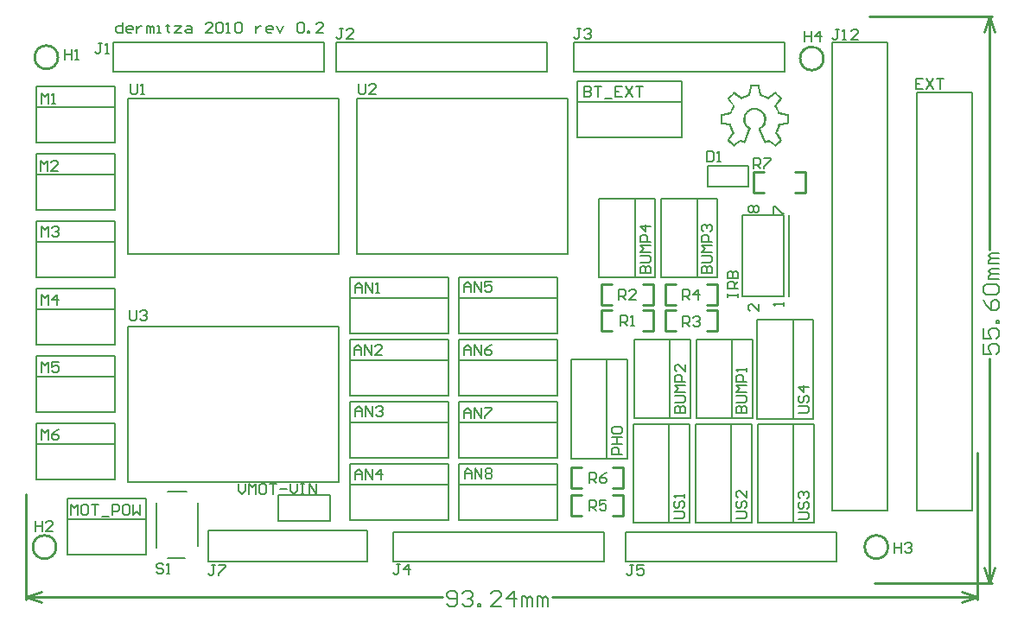
<source format=gto>
%FSLAX24Y24*%
%MOIN*%
G70*
G01*
G75*
%ADD10R,0.0550X0.0520*%
%ADD11C,0.0100*%
%ADD12C,0.0787*%
%ADD13C,0.0680*%
%ADD14R,0.0591X0.0591*%
%ADD15C,0.0591*%
%ADD16C,0.0650*%
%ADD17R,0.0600X0.0600*%
%ADD18C,0.0600*%
%ADD19R,0.0550X0.0550*%
%ADD20C,0.0800*%
%ADD21R,0.0800X0.0800*%
%ADD22R,0.0600X0.0600*%
%ADD23R,0.0650X0.0650*%
%ADD24R,0.0550X0.0550*%
%ADD25R,0.0650X0.0650*%
%ADD26C,0.0500*%
%ADD27R,0.0500X0.0500*%
%ADD28R,0.0450X0.0450*%
%ADD29R,0.0500X0.0500*%
%ADD30C,0.0080*%
%ADD31C,0.0079*%
%ADD32C,0.0060*%
G36*
X43414Y40217D02*
X43418Y40213D01*
Y40208D01*
X43427Y40173D01*
Y40169D01*
X43432Y40160D01*
X43436Y40156D01*
Y40147D01*
X43484Y39870D01*
X43489Y39866D01*
X43493Y39861D01*
X43506Y39857D01*
X43722Y39760D01*
X43726D01*
X43730Y39756D01*
X43739D01*
X43752Y39760D01*
X43976Y39918D01*
X43981Y39923D01*
X43990Y39927D01*
X43994Y39932D01*
X44003Y39940D01*
X44025Y39954D01*
X44029Y39958D01*
X44034Y39962D01*
X44042D01*
X44051Y39954D01*
X44077Y39932D01*
X44095Y39910D01*
X44157Y39848D01*
X44183Y39826D01*
X44244Y39760D01*
X44266Y39743D01*
X44288Y39721D01*
X44293Y39712D01*
Y39703D01*
X44288Y39694D01*
X44271Y39668D01*
X44266Y39664D01*
X44262Y39655D01*
X44258Y39650D01*
X44253Y39642D01*
X44104Y39417D01*
X44099Y39413D01*
X44095Y39404D01*
Y39400D01*
Y39395D01*
X44196Y39163D01*
X44200Y39158D01*
X44209Y39154D01*
X44218Y39149D01*
X44482Y39097D01*
X44486D01*
X44499Y39092D01*
X44512D01*
X44539Y39083D01*
X44548D01*
X44552Y39079D01*
X44556Y39070D01*
Y39035D01*
Y39004D01*
Y38912D01*
Y38886D01*
Y38793D01*
Y38767D01*
Y38732D01*
Y38728D01*
X44548Y38723D01*
X44539Y38719D01*
X44512Y38710D01*
X44508D01*
X44499Y38706D01*
X44495D01*
X44486Y38701D01*
X44222Y38662D01*
X44218Y38657D01*
X44214Y38649D01*
Y38644D01*
X44209Y38640D01*
X44108Y38394D01*
X44104Y38385D01*
Y38380D01*
X44108Y38372D01*
X44253Y38161D01*
X44258Y38156D01*
X44262Y38143D01*
X44266Y38139D01*
X44271Y38130D01*
X44288Y38108D01*
X44293Y38104D01*
Y38095D01*
Y38090D01*
X44288Y38086D01*
X44266Y38060D01*
X44244Y38047D01*
X44179Y37976D01*
X44157Y37954D01*
X44095Y37893D01*
X44077Y37871D01*
X44051Y37849D01*
X44047Y37844D01*
X44038D01*
X44025Y37849D01*
X44003Y37862D01*
X43998Y37866D01*
X43990Y37875D01*
X43985Y37880D01*
X43976Y37884D01*
X43770Y38025D01*
X43765Y38029D01*
X43757D01*
X43748Y38025D01*
X43708Y38003D01*
X43704Y37998D01*
X43695Y37994D01*
X43691D01*
X43678Y37989D01*
X43638Y37963D01*
X43620D01*
X43616Y37967D01*
X43594Y38020D01*
Y38025D01*
X43590Y38033D01*
Y38038D01*
Y38047D01*
X43405Y38477D01*
Y38482D01*
X43401Y38490D01*
Y38495D01*
X43396Y38508D01*
X43383Y38534D01*
Y38539D01*
X43379Y38547D01*
X43383Y38552D01*
X43388Y38556D01*
X43418Y38574D01*
X43432Y38591D01*
X43436Y38596D01*
X43445Y38600D01*
X43458Y38609D01*
X43475Y38627D01*
X43515Y38666D01*
X43555Y38719D01*
X43559Y38723D01*
X43563Y38732D01*
X43572Y38750D01*
X43581Y38772D01*
X43590Y38798D01*
X43594Y38829D01*
X43603Y38864D01*
Y38899D01*
Y38903D01*
Y38912D01*
Y38925D01*
X43599Y38943D01*
X43590Y38991D01*
X43572Y39040D01*
Y39044D01*
X43568Y39053D01*
X43563Y39066D01*
X43555Y39079D01*
X43528Y39119D01*
X43493Y39158D01*
Y39163D01*
X43484Y39167D01*
X43462Y39189D01*
X43423Y39215D01*
X43379Y39237D01*
X43374D01*
X43366Y39242D01*
X43352Y39246D01*
X43335Y39255D01*
X43291Y39264D01*
X43238Y39268D01*
X43212D01*
X43190Y39264D01*
X43146Y39255D01*
X43093Y39237D01*
X43089D01*
X43084Y39233D01*
X43054Y39220D01*
X43014Y39193D01*
X42975Y39158D01*
X42966Y39149D01*
X42948Y39127D01*
X42922Y39088D01*
X42900Y39040D01*
Y39035D01*
X42895Y39026D01*
X42891Y39013D01*
X42887Y38996D01*
X42878Y38952D01*
X42874Y38899D01*
Y38895D01*
Y38881D01*
X42878Y38864D01*
Y38837D01*
X42891Y38780D01*
X42917Y38719D01*
X42922Y38714D01*
X42926Y38706D01*
X42935Y38692D01*
X42953Y38675D01*
X42988Y38631D01*
X43040Y38591D01*
X43045Y38587D01*
X43049Y38583D01*
X43054Y38578D01*
X43062Y38574D01*
X43089Y38556D01*
X43093D01*
Y38547D01*
X43098Y38543D01*
Y38534D01*
X43084Y38508D01*
X43080Y38503D01*
X43071Y38490D01*
Y38486D01*
X43067Y38477D01*
X42891Y38047D01*
X42887Y38042D01*
X42882Y38033D01*
Y38029D01*
X42878Y38020D01*
X42865Y37967D01*
X42860D01*
X42852Y37963D01*
X42843D01*
X42799Y37989D01*
X42794D01*
X42786Y37994D01*
X42781Y37998D01*
X42772Y38003D01*
X42733Y38025D01*
X42729Y38029D01*
X42711D01*
X42702Y38025D01*
X42496Y37884D01*
X42491Y37880D01*
X42482Y37871D01*
X42469Y37862D01*
X42447Y37849D01*
X42438Y37844D01*
X42434D01*
X42425Y37849D01*
X42408Y37871D01*
X42386Y37893D01*
X42320Y37954D01*
X42298Y37976D01*
X42228Y38047D01*
X42206Y38060D01*
X42188Y38086D01*
Y38090D01*
X42184Y38095D01*
Y38099D01*
Y38104D01*
X42188Y38108D01*
X42206Y38130D01*
Y38134D01*
X42210Y38143D01*
X42214Y38148D01*
X42223Y38161D01*
X42373Y38372D01*
Y38394D01*
X42272Y38640D01*
X42267Y38644D01*
X42258Y38649D01*
X42254Y38653D01*
X42250Y38662D01*
X41999Y38701D01*
X41995Y38706D01*
X41982D01*
X41977Y38710D01*
X41968D01*
X41933Y38719D01*
X41929D01*
X41924Y38723D01*
X41920Y38732D01*
Y38767D01*
Y38793D01*
Y38886D01*
Y38912D01*
Y39004D01*
Y39035D01*
Y39070D01*
Y39075D01*
Y39079D01*
X41924Y39083D01*
X41933D01*
X41968Y39092D01*
X41986D01*
X41995Y39097D01*
X42258Y39149D01*
X42267D01*
X42272Y39154D01*
X42276Y39163D01*
X42377Y39395D01*
Y39400D01*
Y39404D01*
Y39409D01*
Y39417D01*
X42219Y39642D01*
X42214Y39646D01*
X42210Y39655D01*
Y39659D01*
X42206Y39668D01*
X42184Y39694D01*
Y39699D01*
X42179Y39703D01*
X42184Y39707D01*
Y39721D01*
X42206Y39743D01*
X42228Y39760D01*
X42298Y39826D01*
X42320Y39848D01*
X42381Y39910D01*
X42403Y39932D01*
X42425Y39954D01*
X42430Y39958D01*
X42438D01*
X42447Y39954D01*
X42469Y39940D01*
X42474D01*
X42478Y39932D01*
X42496Y39918D01*
X42729Y39760D01*
X42733Y39756D01*
X42742D01*
X42750Y39760D01*
X42975Y39857D01*
X42983D01*
X42988Y39861D01*
Y39870D01*
X43045Y40147D01*
Y40173D01*
X43054Y40208D01*
Y40213D01*
X43058Y40217D01*
X43062Y40222D01*
X43067Y40226D01*
X43410D01*
X43414Y40217D01*
D02*
G37*
%LPC*%
G36*
X43357Y40156D02*
X43115D01*
X43054Y39800D01*
X43049D01*
X43040Y39795D01*
X43023Y39791D01*
X43001Y39787D01*
X42948Y39769D01*
X42887Y39747D01*
X42882D01*
X42874Y39743D01*
X42856Y39734D01*
X42838Y39725D01*
X42790Y39699D01*
X42737Y39668D01*
X42438Y39870D01*
X42355Y39787D01*
X42272Y39699D01*
X42469Y39409D01*
Y39404D01*
X42460Y39395D01*
X42452Y39382D01*
X42443Y39360D01*
X42412Y39312D01*
X42386Y39255D01*
Y39250D01*
X42381Y39242D01*
X42373Y39224D01*
X42368Y39202D01*
X42351Y39149D01*
X42333Y39083D01*
X41999Y39022D01*
Y38899D01*
Y38780D01*
X42324Y38719D01*
Y38714D01*
X42329Y38701D01*
X42333Y38684D01*
X42337Y38662D01*
X42355Y38605D01*
X42377Y38539D01*
Y38534D01*
X42381Y38525D01*
X42390Y38508D01*
X42399Y38486D01*
X42425Y38433D01*
X42460Y38380D01*
X42272Y38104D01*
X42355Y38020D01*
X42438Y37932D01*
X42715Y38117D01*
X42724Y38112D01*
X42746Y38095D01*
X42777Y38077D01*
X42812Y38060D01*
X43005Y38517D01*
X43001Y38521D01*
X42988Y38530D01*
X42970Y38543D01*
X42948Y38561D01*
X42926Y38583D01*
X42900Y38609D01*
X42852Y38675D01*
X42847Y38679D01*
X42843Y38692D01*
X42834Y38714D01*
X42825Y38741D01*
X42812Y38776D01*
X42803Y38811D01*
X42799Y38855D01*
X42794Y38899D01*
Y38903D01*
Y38917D01*
Y38934D01*
X42799Y38956D01*
X42808Y39009D01*
X42825Y39070D01*
Y39075D01*
X42834Y39083D01*
X42838Y39101D01*
X42852Y39119D01*
X42882Y39167D01*
X42922Y39211D01*
X42926Y39215D01*
X42935Y39220D01*
X42944Y39233D01*
X42961Y39246D01*
X43005Y39277D01*
X43062Y39308D01*
X43067D01*
X43076Y39312D01*
X43093Y39321D01*
X43115Y39330D01*
X43172Y39343D01*
X43238Y39347D01*
X43269D01*
X43291Y39343D01*
X43348Y39330D01*
X43405Y39308D01*
X43410D01*
X43418Y39303D01*
X43436Y39294D01*
X43454Y39281D01*
X43502Y39250D01*
X43550Y39211D01*
X43555Y39207D01*
X43559Y39202D01*
X43572Y39189D01*
X43585Y39171D01*
X43616Y39127D01*
X43647Y39070D01*
Y39066D01*
X43651Y39057D01*
X43660Y39040D01*
X43664Y39018D01*
X43678Y38965D01*
X43682Y38899D01*
Y38895D01*
Y38877D01*
X43678Y38855D01*
X43673Y38824D01*
X43669Y38789D01*
X43656Y38754D01*
X43642Y38714D01*
X43620Y38675D01*
X43616Y38670D01*
X43612Y38657D01*
X43599Y38640D01*
X43581Y38618D01*
X43559Y38596D01*
X43533Y38569D01*
X43467Y38517D01*
X43660Y38060D01*
X43664Y38064D01*
X43678Y38068D01*
X43695Y38077D01*
X43713Y38086D01*
X43717Y38090D01*
X43730Y38095D01*
X43748Y38104D01*
X43765Y38117D01*
X44034Y37932D01*
X44117Y38020D01*
X44200Y38104D01*
X44012Y38380D01*
X44016Y38385D01*
X44020Y38394D01*
X44029Y38407D01*
X44042Y38429D01*
X44069Y38477D01*
X44095Y38539D01*
Y38543D01*
X44099Y38552D01*
X44108Y38569D01*
X44117Y38596D01*
X44130Y38653D01*
X44148Y38719D01*
X44486Y38780D01*
Y38899D01*
Y39022D01*
X44148Y39083D01*
Y39088D01*
X44143Y39101D01*
X44139Y39119D01*
X44130Y39141D01*
X44113Y39193D01*
X44086Y39255D01*
Y39259D01*
X44082Y39268D01*
X44073Y39286D01*
X44064Y39303D01*
X44038Y39352D01*
X44003Y39409D01*
X44200Y39699D01*
X44117Y39787D01*
X44034Y39870D01*
X43744Y39668D01*
X43739D01*
X43730Y39677D01*
X43717Y39685D01*
X43695Y39694D01*
X43647Y39721D01*
X43590Y39747D01*
X43585D01*
X43577Y39751D01*
X43559Y39760D01*
X43537Y39769D01*
X43484Y39782D01*
X43418Y39800D01*
X43357Y40156D01*
D02*
G37*
%LPD*%
D11*
X48378Y22392D02*
G03*
X48378Y22392I-450J0D01*
G01*
X16291D02*
G03*
X16291Y22392I-450J0D01*
G01*
X16361Y41290D02*
G03*
X16361Y41290I-450J0D01*
G01*
X45888Y41240D02*
G03*
X45888Y41240I-450J0D01*
G01*
X51824Y20360D02*
Y26030D01*
X15114Y20360D02*
Y24440D01*
X35419Y20460D02*
X51824D01*
X15114D02*
X31200D01*
X51224Y20660D02*
X51824Y20460D01*
X51224Y20260D02*
X51824Y20460D01*
X15114D02*
X15714Y20260D01*
X15114Y20460D02*
X15714Y20660D01*
X47840Y20984D02*
X52400D01*
X47670Y42874D02*
X52400D01*
X52300Y20984D02*
Y29660D01*
Y33879D02*
Y42874D01*
Y20984D02*
X52500Y21584D01*
X52100D02*
X52300Y20984D01*
X52100Y42274D02*
X52300Y42874D01*
X52500Y42274D01*
X43200Y36050D02*
Y36850D01*
Y36050D02*
X43600D01*
X43200Y36850D02*
X43600D01*
X44800D02*
X45200D01*
Y36050D02*
Y36850D01*
X44800Y36050D02*
X45200D01*
X39790Y31520D02*
X40190D01*
X39790Y30720D02*
Y31520D01*
Y30720D02*
X40190D01*
X41390D02*
X41790D01*
X41390Y31520D02*
X41790D01*
Y30720D02*
Y31520D01*
X39790Y32520D02*
X40190D01*
X39790Y31720D02*
Y32520D01*
Y31720D02*
X40190D01*
X41390D02*
X41790D01*
X41390Y32520D02*
X41790D01*
Y31720D02*
Y32520D01*
X38920Y30730D02*
X39320D01*
Y31530D01*
X38920D02*
X39320D01*
X37320D02*
X37720D01*
X37320Y30730D02*
X37720D01*
X37320D02*
Y31530D01*
Y32530D02*
X37720D01*
X37320Y31730D02*
Y32530D01*
Y31730D02*
X37720D01*
X38920D02*
X39320D01*
X38920Y32530D02*
X39320D01*
Y31730D02*
Y32530D01*
X36150Y24400D02*
X36550D01*
X36150Y23600D02*
Y24400D01*
Y23600D02*
X36550D01*
X37750D02*
X38150D01*
X37750Y24400D02*
X38150D01*
Y23600D02*
Y24400D01*
X36150Y25450D02*
X36550D01*
X36150Y24650D02*
Y25450D01*
Y24650D02*
X36550D01*
X37750D02*
X38150D01*
X37750Y25450D02*
X38150D01*
Y24650D02*
Y25450D01*
D30*
X36146Y25803D02*
X38311D01*
X36146Y29622D02*
X38311D01*
X36146Y25803D02*
Y29622D01*
X38311Y25803D02*
Y29622D01*
X37524Y25803D02*
Y29622D01*
X31818Y24814D02*
X35637D01*
X31818Y25601D02*
X35637D01*
X31818Y23436D02*
X35637D01*
X31818D02*
Y25601D01*
X35637Y23436D02*
Y25601D01*
X31818Y29614D02*
X35637D01*
X31818Y30401D02*
X35637D01*
X31818Y28236D02*
X35637D01*
X31818D02*
Y30401D01*
X35637Y28236D02*
Y30401D01*
X31818Y32014D02*
X35637D01*
X31818Y32801D02*
X35637D01*
X31818Y30636D02*
X35637D01*
X31818D02*
Y32801D01*
X35637Y30636D02*
Y32801D01*
X27618Y24814D02*
X31437D01*
X27618Y25601D02*
X31437D01*
X27618Y23436D02*
X31437D01*
X27618D02*
Y25601D01*
X31437Y23436D02*
Y25601D01*
X27618Y27214D02*
X31437D01*
X27618Y28001D02*
X31437D01*
X27618Y25836D02*
X31437D01*
X27618D02*
Y28001D01*
X31437Y25836D02*
Y28001D01*
X27618Y29614D02*
X31437D01*
X27618Y30401D02*
X31437D01*
X27618Y28236D02*
X31437D01*
X27618D02*
Y30401D01*
X31437Y28236D02*
Y30401D01*
X27618Y32014D02*
X31437D01*
X27618Y32801D02*
X31437D01*
X27618Y30636D02*
X31437D01*
X27618D02*
Y32801D01*
X31437Y30636D02*
Y32801D01*
X27899Y39700D02*
X36020D01*
X27899Y33700D02*
X36020D01*
X27899D02*
Y39700D01*
X36020Y33700D02*
Y39700D01*
X46403Y21821D02*
Y22964D01*
X38262Y21821D02*
Y22964D01*
Y21821D02*
X46403D01*
X38262Y22964D02*
X46403D01*
X27180Y24890D02*
Y30890D01*
X19059Y24890D02*
Y30890D01*
Y24890D02*
X27180D01*
X19059Y30890D02*
X27180D01*
Y33690D02*
Y39690D01*
X19059Y33690D02*
Y39690D01*
Y33690D02*
X27180D01*
X19059Y39690D02*
X27180D01*
X37435Y21821D02*
Y22964D01*
X29294Y21821D02*
Y22964D01*
Y21821D02*
X37435D01*
X29294Y22964D02*
X37435D01*
X44396Y40719D02*
Y41861D01*
X36254Y40719D02*
Y41861D01*
Y40719D02*
X44396D01*
X36254Y41861D02*
X44396D01*
X35230Y40719D02*
Y41861D01*
X27089Y40719D02*
Y41861D01*
Y40719D02*
X35230D01*
X27089Y41861D02*
X35230D01*
X42324Y23323D02*
Y27142D01*
X43112Y23323D02*
Y27142D01*
X40946Y23323D02*
Y27142D01*
X43112D01*
X40946Y23323D02*
X43112D01*
X44724D02*
Y27142D01*
X45512Y23323D02*
Y27142D01*
X43346Y23323D02*
Y27142D01*
X45512D01*
X43346Y23323D02*
X45512D01*
X44714Y27333D02*
Y31152D01*
X45501Y27333D02*
Y31152D01*
X43336Y27333D02*
Y31152D01*
X45501D01*
X43336Y27333D02*
X45501D01*
X18540Y35386D02*
Y37551D01*
X15508Y35386D02*
Y37551D01*
Y35386D02*
X18540D01*
X15508Y37551D02*
X18540D01*
X15508Y36764D02*
X18540D01*
Y32786D02*
Y34951D01*
X15508Y32786D02*
Y34951D01*
Y32786D02*
X18540D01*
X15508Y34951D02*
X18540D01*
X15508Y34164D02*
X18540D01*
Y30186D02*
Y32351D01*
X15508Y30186D02*
Y32351D01*
Y30186D02*
X18540D01*
X15508Y32351D02*
X18540D01*
X15508Y31564D02*
X18540D01*
Y27586D02*
Y29751D01*
X15508Y27586D02*
Y29751D01*
Y27586D02*
X18540D01*
X15508Y29751D02*
X18540D01*
X15508Y28964D02*
X18540D01*
Y24986D02*
Y27151D01*
X15508Y24986D02*
Y27151D01*
Y24986D02*
X18540D01*
X15508Y27151D02*
X18540D01*
X15508Y26364D02*
X18540D01*
X41014Y32810D02*
Y35842D01*
X41801Y32810D02*
Y35842D01*
X39636Y32810D02*
Y35842D01*
X41801D01*
X39636Y32810D02*
X41801D01*
X42354Y27371D02*
Y30402D01*
X43141Y27371D02*
Y30402D01*
X40976Y27371D02*
Y30402D01*
X43141D01*
X40976Y27371D02*
X43141D01*
X39954D02*
Y30402D01*
X40741Y27371D02*
Y30402D01*
X38576Y27371D02*
Y30402D01*
X40741D01*
X38576Y27371D02*
X40741D01*
X49479Y23800D02*
X51621D01*
X49479Y39921D02*
X51621D01*
X49479Y23800D02*
Y39921D01*
X51621Y23800D02*
Y39921D01*
X42769Y32056D02*
Y35206D01*
X44344D01*
Y32056D02*
Y35206D01*
X42769Y32056D02*
X44344D01*
X44541D02*
Y35206D01*
X37236Y32810D02*
X39401D01*
X37236Y35842D02*
X39401D01*
X37236Y32810D02*
Y35842D01*
X39401Y32810D02*
Y35842D01*
X38614Y32810D02*
Y35842D01*
X36374Y39574D02*
X40429D01*
X36374Y40361D02*
X40429D01*
X36374Y38196D02*
X40429D01*
X36374D02*
Y40361D01*
X40429Y38196D02*
Y40361D01*
X16728Y23474D02*
X19760D01*
X16728Y24261D02*
X19760D01*
X16728Y22096D02*
X19760D01*
X16728D02*
Y24261D01*
X19760Y22096D02*
Y24261D01*
X46209Y23790D02*
X48351D01*
X46209Y41861D02*
X48351D01*
X46209Y23790D02*
Y41861D01*
X48351Y23790D02*
Y41861D01*
X31818Y27214D02*
X35637D01*
X31818Y28001D02*
X35637D01*
X31818Y25836D02*
X35637D01*
X31818D02*
Y28001D01*
X35637Y25836D02*
Y28001D01*
X18489Y41861D02*
X26630D01*
X18489Y40719D02*
X26630D01*
X18489D02*
Y41861D01*
X26630Y40719D02*
Y41861D01*
X38546Y23323D02*
X40712D01*
X38546Y27142D02*
X40712D01*
X38546Y23323D02*
Y27142D01*
X40712Y23323D02*
Y27142D01*
X39924Y23323D02*
Y27142D01*
X15508Y39364D02*
X18540D01*
X15508Y40151D02*
X18540D01*
X15508Y37986D02*
X18540D01*
X15508D02*
Y40151D01*
X18540Y37986D02*
Y40151D01*
X28281Y21821D02*
Y23042D01*
X22160Y21821D02*
Y23042D01*
Y21821D02*
X28281D01*
X22160Y23042D02*
X28281D01*
X20590Y21960D02*
X21250D01*
X20150Y22350D02*
Y24100D01*
X20590Y24530D02*
X21320D01*
X21740Y22420D02*
Y24100D01*
X41419Y36306D02*
X42994D01*
X41419Y37094D02*
X42994D01*
Y36306D02*
Y37094D01*
X41419Y36306D02*
Y37094D01*
X18847Y42640D02*
Y42240D01*
X18647D01*
X18580Y42307D01*
Y42440D01*
X18647Y42507D01*
X18847D01*
X19180Y42240D02*
X19047D01*
X18980Y42307D01*
Y42440D01*
X19047Y42507D01*
X19180D01*
X19246Y42440D01*
Y42373D01*
X18980D01*
X19380Y42507D02*
Y42240D01*
Y42373D01*
X19446Y42440D01*
X19513Y42507D01*
X19580D01*
X19780Y42240D02*
Y42507D01*
X19846D01*
X19913Y42440D01*
Y42240D01*
Y42440D01*
X19980Y42507D01*
X20046Y42440D01*
Y42240D01*
X20179D02*
X20313D01*
X20246D01*
Y42507D01*
X20179D01*
X20579Y42573D02*
Y42507D01*
X20513D01*
X20646D01*
X20579D01*
Y42307D01*
X20646Y42240D01*
X20846Y42507D02*
X21113D01*
X20846Y42240D01*
X21113D01*
X21312Y42507D02*
X21446D01*
X21512Y42440D01*
Y42240D01*
X21312D01*
X21246Y42307D01*
X21312Y42373D01*
X21512D01*
X22312Y42240D02*
X22046D01*
X22312Y42507D01*
Y42573D01*
X22245Y42640D01*
X22112D01*
X22046Y42573D01*
X22445D02*
X22512Y42640D01*
X22645D01*
X22712Y42573D01*
Y42307D01*
X22645Y42240D01*
X22512D01*
X22445Y42307D01*
Y42573D01*
X22845Y42240D02*
X22979D01*
X22912D01*
Y42640D01*
X22845Y42573D01*
X23179D02*
X23245Y42640D01*
X23378D01*
X23445Y42573D01*
Y42307D01*
X23378Y42240D01*
X23245D01*
X23179Y42307D01*
Y42573D01*
X23978Y42507D02*
Y42240D01*
Y42373D01*
X24045Y42440D01*
X24112Y42507D01*
X24178D01*
X24578Y42240D02*
X24445D01*
X24378Y42307D01*
Y42440D01*
X24445Y42507D01*
X24578D01*
X24645Y42440D01*
Y42373D01*
X24378D01*
X24778Y42507D02*
X24911Y42240D01*
X25045Y42507D01*
X25578Y42573D02*
X25644Y42640D01*
X25778D01*
X25844Y42573D01*
Y42307D01*
X25778Y42240D01*
X25644D01*
X25578Y42307D01*
Y42573D01*
X25978Y42240D02*
Y42307D01*
X26044D01*
Y42240D01*
X25978D01*
X26577D02*
X26311D01*
X26577Y42507D01*
Y42573D01*
X26511Y42640D01*
X26377D01*
X26311Y42573D01*
X44344Y31702D02*
Y31835D01*
Y31769D01*
X43944D01*
X44010Y31702D01*
X43379Y31772D02*
Y31505D01*
X43113Y31772D01*
X43046D01*
X42979Y31705D01*
Y31572D01*
X43046Y31505D01*
X43047Y35310D02*
X42980Y35377D01*
Y35510D01*
X43047Y35577D01*
X43113D01*
X43180Y35510D01*
X43247Y35577D01*
X43313D01*
X43380Y35510D01*
Y35377D01*
X43313Y35310D01*
X43247D01*
X43180Y35377D01*
X43113Y35310D01*
X43047D01*
X43180Y35377D02*
Y35510D01*
X43950Y35260D02*
Y35527D01*
X44017D01*
X44283Y35260D01*
X44350D01*
D31*
X26850Y23400D02*
Y24400D01*
X24850Y23400D02*
X26850D01*
X24850D02*
Y24400D01*
X26850D01*
D32*
X23320Y24840D02*
Y24573D01*
X23453Y24440D01*
X23587Y24573D01*
Y24840D01*
X23720Y24440D02*
Y24840D01*
X23853Y24707D01*
X23986Y24840D01*
Y24440D01*
X24320Y24840D02*
X24186D01*
X24120Y24773D01*
Y24507D01*
X24186Y24440D01*
X24320D01*
X24386Y24507D01*
Y24773D01*
X24320Y24840D01*
X24520D02*
X24786D01*
X24653D01*
Y24440D01*
X24919Y24640D02*
X25186D01*
X25319Y24840D02*
Y24573D01*
X25453Y24440D01*
X25586Y24573D01*
Y24840D01*
X25719D02*
X25853D01*
X25786D01*
Y24440D01*
X25719D01*
X25853D01*
X26052D02*
Y24840D01*
X26319Y24440D01*
Y24840D01*
X41390Y37650D02*
Y37250D01*
X41590D01*
X41657Y37317D01*
Y37583D01*
X41590Y37650D01*
X41390D01*
X41790Y37250D02*
X41923D01*
X41857D01*
Y37650D01*
X41790Y37583D01*
X27950Y40270D02*
Y39937D01*
X28017Y39870D01*
X28150D01*
X28217Y39937D01*
Y40270D01*
X28616Y39870D02*
X28350D01*
X28616Y40137D01*
Y40203D01*
X28550Y40270D01*
X28417D01*
X28350Y40203D01*
X20407Y21683D02*
X20340Y21750D01*
X20207D01*
X20140Y21683D01*
Y21617D01*
X20207Y21550D01*
X20340D01*
X20407Y21483D01*
Y21417D01*
X20340Y21350D01*
X20207D01*
X20140Y21417D01*
X20540Y21350D02*
X20673D01*
X20607D01*
Y21750D01*
X20540Y21683D01*
X22427Y21710D02*
X22293D01*
X22360D01*
Y21377D01*
X22293Y21310D01*
X22227D01*
X22160Y21377D01*
X22560Y21710D02*
X22826D01*
Y21643D01*
X22560Y21377D01*
Y21310D01*
X38547Y21710D02*
X38413D01*
X38480D01*
Y21377D01*
X38413Y21310D01*
X38347D01*
X38280Y21377D01*
X38946Y21710D02*
X38680D01*
Y21510D01*
X38813Y21577D01*
X38880D01*
X38946Y21510D01*
Y21377D01*
X38880Y21310D01*
X38747D01*
X38680Y21377D01*
X19130Y31530D02*
Y31197D01*
X19197Y31130D01*
X19330D01*
X19397Y31197D01*
Y31530D01*
X19530Y31463D02*
X19597Y31530D01*
X19730D01*
X19796Y31463D01*
Y31397D01*
X19730Y31330D01*
X19663D01*
X19730D01*
X19796Y31263D01*
Y31197D01*
X19730Y31130D01*
X19597D01*
X19530Y31197D01*
X19150Y40270D02*
Y39937D01*
X19217Y39870D01*
X19350D01*
X19417Y39937D01*
Y40270D01*
X19550Y39870D02*
X19683D01*
X19617D01*
Y40270D01*
X19550Y40203D01*
X15710Y26530D02*
Y26930D01*
X15843Y26797D01*
X15977Y26930D01*
Y26530D01*
X16376Y26930D02*
X16243Y26863D01*
X16110Y26730D01*
Y26597D01*
X16177Y26530D01*
X16310D01*
X16376Y26597D01*
Y26663D01*
X16310Y26730D01*
X16110D01*
X15710Y29130D02*
Y29530D01*
X15843Y29397D01*
X15977Y29530D01*
Y29130D01*
X16376Y29530D02*
X16110D01*
Y29330D01*
X16243Y29397D01*
X16310D01*
X16376Y29330D01*
Y29197D01*
X16310Y29130D01*
X16177D01*
X16110Y29197D01*
X15710Y31730D02*
Y32130D01*
X15843Y31997D01*
X15977Y32130D01*
Y31730D01*
X16310D02*
Y32130D01*
X16110Y31930D01*
X16376D01*
X15710Y34350D02*
Y34750D01*
X15843Y34617D01*
X15977Y34750D01*
Y34350D01*
X16110Y34683D02*
X16177Y34750D01*
X16310D01*
X16376Y34683D01*
Y34617D01*
X16310Y34550D01*
X16243D01*
X16310D01*
X16376Y34483D01*
Y34417D01*
X16310Y34350D01*
X16177D01*
X16110Y34417D01*
X15680Y36910D02*
Y37310D01*
X15813Y37177D01*
X15947Y37310D01*
Y36910D01*
X16346D02*
X16080D01*
X16346Y37177D01*
Y37243D01*
X16280Y37310D01*
X16147D01*
X16080Y37243D01*
X15710Y39500D02*
Y39900D01*
X15843Y39767D01*
X15977Y39900D01*
Y39500D01*
X16110D02*
X16243D01*
X16177D01*
Y39900D01*
X16110Y39833D01*
X44910Y27550D02*
X45243D01*
X45310Y27617D01*
Y27750D01*
X45243Y27817D01*
X44910D01*
X44977Y28216D02*
X44910Y28150D01*
Y28017D01*
X44977Y27950D01*
X45043D01*
X45110Y28017D01*
Y28150D01*
X45177Y28216D01*
X45243D01*
X45310Y28150D01*
Y28017D01*
X45243Y27950D01*
X45310Y28550D02*
X44910D01*
X45110Y28350D01*
Y28616D01*
X44930Y23480D02*
X45263D01*
X45330Y23547D01*
Y23680D01*
X45263Y23747D01*
X44930D01*
X44997Y24146D02*
X44930Y24080D01*
Y23947D01*
X44997Y23880D01*
X45063D01*
X45130Y23947D01*
Y24080D01*
X45197Y24146D01*
X45263D01*
X45330Y24080D01*
Y23947D01*
X45263Y23880D01*
X44997Y24280D02*
X44930Y24346D01*
Y24480D01*
X44997Y24546D01*
X45063D01*
X45130Y24480D01*
Y24413D01*
Y24480D01*
X45197Y24546D01*
X45263D01*
X45330Y24480D01*
Y24346D01*
X45263Y24280D01*
X42520Y23510D02*
X42853D01*
X42920Y23577D01*
Y23710D01*
X42853Y23777D01*
X42520D01*
X42587Y24176D02*
X42520Y24110D01*
Y23977D01*
X42587Y23910D01*
X42653D01*
X42720Y23977D01*
Y24110D01*
X42787Y24176D01*
X42853D01*
X42920Y24110D01*
Y23977D01*
X42853Y23910D01*
X42920Y24576D02*
Y24310D01*
X42653Y24576D01*
X42587D01*
X42520Y24510D01*
Y24376D01*
X42587Y24310D01*
X40130Y23510D02*
X40463D01*
X40530Y23577D01*
Y23710D01*
X40463Y23777D01*
X40130D01*
X40197Y24176D02*
X40130Y24110D01*
Y23977D01*
X40197Y23910D01*
X40263D01*
X40330Y23977D01*
Y24110D01*
X40397Y24176D01*
X40463D01*
X40530Y24110D01*
Y23977D01*
X40463Y23910D01*
X40530Y24310D02*
Y24443D01*
Y24376D01*
X40130D01*
X40197Y24310D01*
X29567Y21720D02*
X29433D01*
X29500D01*
Y21387D01*
X29433Y21320D01*
X29367D01*
X29300Y21387D01*
X29900Y21320D02*
Y21720D01*
X29700Y21520D01*
X29966D01*
X36527Y42390D02*
X36393D01*
X36460D01*
Y42057D01*
X36393Y41990D01*
X36327D01*
X36260Y42057D01*
X36660Y42323D02*
X36727Y42390D01*
X36860D01*
X36926Y42323D01*
Y42257D01*
X36860Y42190D01*
X36793D01*
X36860D01*
X36926Y42123D01*
Y42057D01*
X36860Y41990D01*
X36727D01*
X36660Y42057D01*
X27357Y42400D02*
X27223D01*
X27290D01*
Y42067D01*
X27223Y42000D01*
X27157D01*
X27090Y42067D01*
X27756Y42000D02*
X27490D01*
X27756Y42267D01*
Y42333D01*
X27690Y42400D01*
X27557D01*
X27490Y42333D01*
X18047Y41840D02*
X17913D01*
X17980D01*
Y41507D01*
X17913Y41440D01*
X17847D01*
X17780Y41507D01*
X18180Y41440D02*
X18313D01*
X18247D01*
Y41840D01*
X18180Y41773D01*
X45150Y42290D02*
Y41890D01*
Y42090D01*
X45417D01*
Y42290D01*
Y41890D01*
X45750D02*
Y42290D01*
X45550Y42090D01*
X45816D01*
X16610Y41610D02*
Y41210D01*
Y41410D01*
X16877D01*
Y41610D01*
Y41210D01*
X17010D02*
X17143D01*
X17077D01*
Y41610D01*
X17010Y41543D01*
X15490Y23410D02*
Y23010D01*
Y23210D01*
X15757D01*
Y23410D01*
Y23010D01*
X16156D02*
X15890D01*
X16156Y23277D01*
Y23343D01*
X16090Y23410D01*
X15957D01*
X15890Y23343D01*
X48630Y22580D02*
Y22180D01*
Y22380D01*
X48897D01*
Y22580D01*
Y22180D01*
X49030Y22513D02*
X49097Y22580D01*
X49230D01*
X49296Y22513D01*
Y22447D01*
X49230Y22380D01*
X49163D01*
X49230D01*
X49296Y22313D01*
Y22247D01*
X49230Y22180D01*
X49097D01*
X49030Y22247D01*
X27820Y32200D02*
Y32467D01*
X27953Y32600D01*
X28087Y32467D01*
Y32200D01*
Y32400D01*
X27820D01*
X28220Y32200D02*
Y32600D01*
X28486Y32200D01*
Y32600D01*
X28620Y32200D02*
X28753D01*
X28686D01*
Y32600D01*
X28620Y32533D01*
X27800Y29810D02*
Y30077D01*
X27933Y30210D01*
X28067Y30077D01*
Y29810D01*
Y30010D01*
X27800D01*
X28200Y29810D02*
Y30210D01*
X28466Y29810D01*
Y30210D01*
X28866Y29810D02*
X28600D01*
X28866Y30077D01*
Y30143D01*
X28800Y30210D01*
X28666D01*
X28600Y30143D01*
X27820Y27420D02*
Y27687D01*
X27953Y27820D01*
X28087Y27687D01*
Y27420D01*
Y27620D01*
X27820D01*
X28220Y27420D02*
Y27820D01*
X28486Y27420D01*
Y27820D01*
X28620Y27753D02*
X28686Y27820D01*
X28820D01*
X28886Y27753D01*
Y27687D01*
X28820Y27620D01*
X28753D01*
X28820D01*
X28886Y27553D01*
Y27487D01*
X28820Y27420D01*
X28686D01*
X28620Y27487D01*
X27820Y24990D02*
Y25257D01*
X27953Y25390D01*
X28087Y25257D01*
Y24990D01*
Y25190D01*
X27820D01*
X28220Y24990D02*
Y25390D01*
X28486Y24990D01*
Y25390D01*
X28820Y24990D02*
Y25390D01*
X28620Y25190D01*
X28886D01*
X32020Y32220D02*
Y32487D01*
X32153Y32620D01*
X32287Y32487D01*
Y32220D01*
Y32420D01*
X32020D01*
X32420Y32220D02*
Y32620D01*
X32686Y32220D01*
Y32620D01*
X33086D02*
X32820D01*
Y32420D01*
X32953Y32487D01*
X33020D01*
X33086Y32420D01*
Y32287D01*
X33020Y32220D01*
X32886D01*
X32820Y32287D01*
X32020Y29790D02*
Y30057D01*
X32153Y30190D01*
X32287Y30057D01*
Y29790D01*
Y29990D01*
X32020D01*
X32420Y29790D02*
Y30190D01*
X32686Y29790D01*
Y30190D01*
X33086D02*
X32953Y30123D01*
X32820Y29990D01*
Y29857D01*
X32886Y29790D01*
X33020D01*
X33086Y29857D01*
Y29923D01*
X33020Y29990D01*
X32820D01*
X32040Y25030D02*
Y25297D01*
X32173Y25430D01*
X32307Y25297D01*
Y25030D01*
Y25230D01*
X32040D01*
X32440Y25030D02*
Y25430D01*
X32706Y25030D01*
Y25430D01*
X32840Y25363D02*
X32906Y25430D01*
X33040D01*
X33106Y25363D01*
Y25297D01*
X33040Y25230D01*
X33106Y25163D01*
Y25097D01*
X33040Y25030D01*
X32906D01*
X32840Y25097D01*
Y25163D01*
X32906Y25230D01*
X32840Y25297D01*
Y25363D01*
X32906Y25230D02*
X33040D01*
X32020Y27380D02*
Y27647D01*
X32153Y27780D01*
X32287Y27647D01*
Y27380D01*
Y27580D01*
X32020D01*
X32420Y27380D02*
Y27780D01*
X32686Y27380D01*
Y27780D01*
X32820D02*
X33086D01*
Y27713D01*
X32820Y27447D01*
Y27380D01*
X46477Y42380D02*
X46343D01*
X46410D01*
Y42047D01*
X46343Y41980D01*
X46277D01*
X46210Y42047D01*
X46610Y41980D02*
X46743D01*
X46677D01*
Y42380D01*
X46610Y42313D01*
X47210Y41980D02*
X46943D01*
X47210Y42247D01*
Y42313D01*
X47143Y42380D01*
X47010D01*
X46943Y42313D01*
X16870Y23640D02*
Y24040D01*
X17003Y23907D01*
X17137Y24040D01*
Y23640D01*
X17470Y24040D02*
X17337D01*
X17270Y23973D01*
Y23707D01*
X17337Y23640D01*
X17470D01*
X17536Y23707D01*
Y23973D01*
X17470Y24040D01*
X17670D02*
X17936D01*
X17803D01*
Y23640D01*
X18070Y23573D02*
X18336D01*
X18469Y23640D02*
Y24040D01*
X18669D01*
X18736Y23973D01*
Y23840D01*
X18669Y23773D01*
X18469D01*
X19069Y24040D02*
X18936D01*
X18869Y23973D01*
Y23707D01*
X18936Y23640D01*
X19069D01*
X19136Y23707D01*
Y23973D01*
X19069Y24040D01*
X19269D02*
Y23640D01*
X19403Y23773D01*
X19536Y23640D01*
Y24040D01*
X36660Y40180D02*
Y39780D01*
X36860D01*
X36927Y39847D01*
Y39913D01*
X36860Y39980D01*
X36660D01*
X36860D01*
X36927Y40047D01*
Y40113D01*
X36860Y40180D01*
X36660D01*
X37060D02*
X37326D01*
X37193D01*
Y39780D01*
X37460Y39713D02*
X37726D01*
X38126Y40180D02*
X37860D01*
Y39780D01*
X38126D01*
X37860Y39980D02*
X37993D01*
X38259Y40180D02*
X38526Y39780D01*
Y40180D02*
X38259Y39780D01*
X38659Y40180D02*
X38926D01*
X38793D01*
Y39780D01*
X42520Y27550D02*
X42920D01*
Y27750D01*
X42853Y27817D01*
X42787D01*
X42720Y27750D01*
Y27550D01*
Y27750D01*
X42653Y27817D01*
X42587D01*
X42520Y27750D01*
Y27550D01*
Y27950D02*
X42853D01*
X42920Y28017D01*
Y28150D01*
X42853Y28216D01*
X42520D01*
X42920Y28350D02*
X42520D01*
X42653Y28483D01*
X42520Y28616D01*
X42920D01*
Y28750D02*
X42520D01*
Y28950D01*
X42587Y29016D01*
X42720D01*
X42787Y28950D01*
Y28750D01*
X42920Y29149D02*
Y29283D01*
Y29216D01*
X42520D01*
X42587Y29149D01*
X40150Y27550D02*
X40550D01*
Y27750D01*
X40483Y27817D01*
X40417D01*
X40350Y27750D01*
Y27550D01*
Y27750D01*
X40283Y27817D01*
X40217D01*
X40150Y27750D01*
Y27550D01*
Y27950D02*
X40483D01*
X40550Y28017D01*
Y28150D01*
X40483Y28216D01*
X40150D01*
X40550Y28350D02*
X40150D01*
X40283Y28483D01*
X40150Y28616D01*
X40550D01*
Y28750D02*
X40150D01*
Y28950D01*
X40217Y29016D01*
X40350D01*
X40417Y28950D01*
Y28750D01*
X40550Y29416D02*
Y29149D01*
X40283Y29416D01*
X40217D01*
X40150Y29349D01*
Y29216D01*
X40217Y29149D01*
X41200Y32980D02*
X41600D01*
Y33180D01*
X41533Y33247D01*
X41467D01*
X41400Y33180D01*
Y32980D01*
Y33180D01*
X41333Y33247D01*
X41267D01*
X41200Y33180D01*
Y32980D01*
Y33380D02*
X41533D01*
X41600Y33447D01*
Y33580D01*
X41533Y33646D01*
X41200D01*
X41600Y33780D02*
X41200D01*
X41333Y33913D01*
X41200Y34046D01*
X41600D01*
Y34180D02*
X41200D01*
Y34380D01*
X41267Y34446D01*
X41400D01*
X41467Y34380D01*
Y34180D01*
X41267Y34579D02*
X41200Y34646D01*
Y34779D01*
X41267Y34846D01*
X41333D01*
X41400Y34779D01*
Y34713D01*
Y34779D01*
X41467Y34846D01*
X41533D01*
X41600Y34779D01*
Y34646D01*
X41533Y34579D01*
X38810Y32980D02*
X39210D01*
Y33180D01*
X39143Y33247D01*
X39077D01*
X39010Y33180D01*
Y32980D01*
Y33180D01*
X38943Y33247D01*
X38877D01*
X38810Y33180D01*
Y32980D01*
Y33380D02*
X39143D01*
X39210Y33447D01*
Y33580D01*
X39143Y33646D01*
X38810D01*
X39210Y33780D02*
X38810D01*
X38943Y33913D01*
X38810Y34046D01*
X39210D01*
Y34180D02*
X38810D01*
Y34380D01*
X38877Y34446D01*
X39010D01*
X39077Y34380D01*
Y34180D01*
X39210Y34779D02*
X38810D01*
X39010Y34579D01*
Y34846D01*
X38050Y30930D02*
Y31330D01*
X38250D01*
X38317Y31263D01*
Y31130D01*
X38250Y31063D01*
X38050D01*
X38183D02*
X38317Y30930D01*
X38450D02*
X38583D01*
X38517D01*
Y31330D01*
X38450Y31263D01*
X37980Y31920D02*
Y32320D01*
X38180D01*
X38247Y32253D01*
Y32120D01*
X38180Y32053D01*
X37980D01*
X38113D02*
X38247Y31920D01*
X38646D02*
X38380D01*
X38646Y32187D01*
Y32253D01*
X38580Y32320D01*
X38447D01*
X38380Y32253D01*
X40460Y30900D02*
Y31300D01*
X40660D01*
X40727Y31233D01*
Y31100D01*
X40660Y31033D01*
X40460D01*
X40593D02*
X40727Y30900D01*
X40860Y31233D02*
X40927Y31300D01*
X41060D01*
X41126Y31233D01*
Y31167D01*
X41060Y31100D01*
X40993D01*
X41060D01*
X41126Y31033D01*
Y30967D01*
X41060Y30900D01*
X40927D01*
X40860Y30967D01*
X40470Y31930D02*
Y32330D01*
X40670D01*
X40737Y32263D01*
Y32130D01*
X40670Y32063D01*
X40470D01*
X40603D02*
X40737Y31930D01*
X41070D02*
Y32330D01*
X40870Y32130D01*
X41136D01*
X36840Y23790D02*
Y24190D01*
X37040D01*
X37107Y24123D01*
Y23990D01*
X37040Y23923D01*
X36840D01*
X36973D02*
X37107Y23790D01*
X37506Y24190D02*
X37240D01*
Y23990D01*
X37373Y24057D01*
X37440D01*
X37506Y23990D01*
Y23857D01*
X37440Y23790D01*
X37307D01*
X37240Y23857D01*
X36860Y24870D02*
Y25270D01*
X37060D01*
X37127Y25203D01*
Y25070D01*
X37060Y25003D01*
X36860D01*
X36993D02*
X37127Y24870D01*
X37526Y25270D02*
X37393Y25203D01*
X37260Y25070D01*
Y24937D01*
X37327Y24870D01*
X37460D01*
X37526Y24937D01*
Y25003D01*
X37460Y25070D01*
X37260D01*
X38130Y25980D02*
X37730D01*
Y26180D01*
X37797Y26247D01*
X37930D01*
X37997Y26180D01*
Y25980D01*
X37730Y26380D02*
X38130D01*
X37930D01*
Y26646D01*
X37730D01*
X38130D01*
X37730Y26980D02*
Y26846D01*
X37797Y26780D01*
X38063D01*
X38130Y26846D01*
Y26980D01*
X38063Y27046D01*
X37797D01*
X37730Y26980D01*
X42190Y32040D02*
Y32173D01*
Y32107D01*
X42590D01*
Y32040D01*
Y32173D01*
Y32373D02*
X42190D01*
Y32573D01*
X42257Y32640D01*
X42390D01*
X42457Y32573D01*
Y32373D01*
Y32507D02*
X42590Y32640D01*
X42190Y32773D02*
X42590D01*
Y32973D01*
X42523Y33040D01*
X42457D01*
X42390Y32973D01*
Y32773D01*
Y32973D01*
X42323Y33040D01*
X42257D01*
X42190Y32973D01*
Y32773D01*
X49727Y40460D02*
X49460D01*
Y40060D01*
X49727D01*
X49460Y40260D02*
X49593D01*
X49860Y40460D02*
X50126Y40060D01*
Y40460D02*
X49860Y40060D01*
X50260Y40460D02*
X50526D01*
X50393D01*
Y40060D01*
X43180Y37000D02*
Y37400D01*
X43380D01*
X43447Y37333D01*
Y37200D01*
X43380Y37133D01*
X43180D01*
X43313D02*
X43447Y37000D01*
X43580Y37400D02*
X43846D01*
Y37333D01*
X43580Y37067D01*
Y37000D01*
X31360Y20200D02*
X31460Y20100D01*
X31660D01*
X31760Y20200D01*
Y20600D01*
X31660Y20700D01*
X31460D01*
X31360Y20600D01*
Y20500D01*
X31460Y20400D01*
X31760D01*
X31960Y20600D02*
X32060Y20700D01*
X32260D01*
X32360Y20600D01*
Y20500D01*
X32260Y20400D01*
X32160D01*
X32260D01*
X32360Y20300D01*
Y20200D01*
X32260Y20100D01*
X32060D01*
X31960Y20200D01*
X32560Y20100D02*
Y20200D01*
X32660D01*
Y20100D01*
X32560D01*
X33459D02*
X33059D01*
X33459Y20500D01*
Y20600D01*
X33359Y20700D01*
X33159D01*
X33059Y20600D01*
X33959Y20100D02*
Y20700D01*
X33659Y20400D01*
X34059D01*
X34259Y20100D02*
Y20500D01*
X34359D01*
X34459Y20400D01*
Y20100D01*
Y20400D01*
X34559Y20500D01*
X34659Y20400D01*
Y20100D01*
X34859D02*
Y20500D01*
X34959D01*
X35059Y20400D01*
Y20100D01*
Y20400D01*
X35159Y20500D01*
X35259Y20400D01*
Y20100D01*
X52060Y30220D02*
Y29820D01*
X52360D01*
X52260Y30020D01*
Y30120D01*
X52360Y30220D01*
X52560D01*
X52660Y30120D01*
Y29920D01*
X52560Y29820D01*
X52060Y30820D02*
Y30420D01*
X52360D01*
X52260Y30620D01*
Y30720D01*
X52360Y30820D01*
X52560D01*
X52660Y30720D01*
Y30520D01*
X52560Y30420D01*
X52660Y31020D02*
X52560D01*
Y31120D01*
X52660D01*
Y31020D01*
X52060Y31919D02*
X52160Y31719D01*
X52360Y31519D01*
X52560D01*
X52660Y31619D01*
Y31819D01*
X52560Y31919D01*
X52460D01*
X52360Y31819D01*
Y31519D01*
X52160Y32119D02*
X52060Y32219D01*
Y32419D01*
X52160Y32519D01*
X52560D01*
X52660Y32419D01*
Y32219D01*
X52560Y32119D01*
X52160D01*
X52660Y32719D02*
X52260D01*
Y32819D01*
X52360Y32919D01*
X52660D01*
X52360D01*
X52260Y33019D01*
X52360Y33119D01*
X52660D01*
Y33319D02*
X52260D01*
Y33419D01*
X52360Y33519D01*
X52660D01*
X52360D01*
X52260Y33619D01*
X52360Y33719D01*
X52660D01*
M02*

</source>
